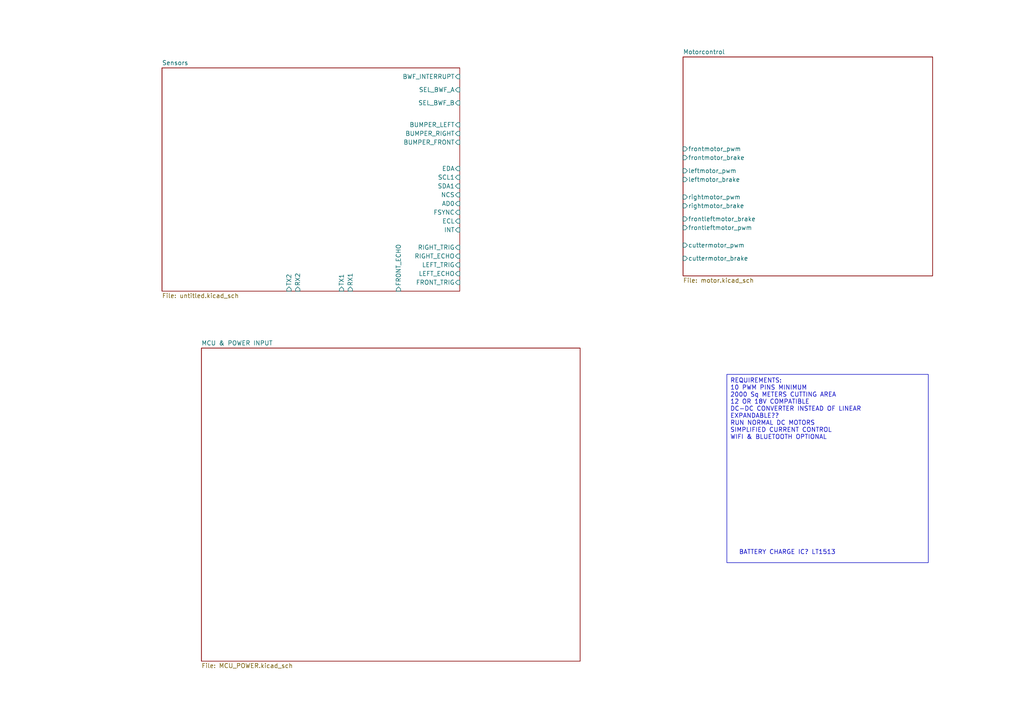
<source format=kicad_sch>
(kicad_sch
	(version 20250114)
	(generator "eeschema")
	(generator_version "9.0")
	(uuid "f790c66d-ebd7-46e8-98e6-9a0282a3d599")
	(paper "A4")
	(lib_symbols)
	(text "BATTERY CHARGE IC? LT1513"
		(exclude_from_sim no)
		(at 228.346 160.274 0)
		(effects
			(font
				(size 1.27 1.27)
			)
		)
		(uuid "f7e107ae-a4ce-458d-ae73-8a10d8646b81")
	)
	(text_box "REQUIREMENTS:\n10 PWM PINS MINIMUM\n2000 Sq METERS CUTTING AREA\n12 OR 18V COMPATIBLE\nDC-DC CONVERTER INSTEAD OF LINEAR\nEXPANDABLE??\nRUN NORMAL DC MOTORS\nSIMPLIFIED CURRENT CONTROL\nWIFI & BLUETOOTH OPTIONAL\n"
		(exclude_from_sim no)
		(at 210.82 108.585 0)
		(size 58.42 54.61)
		(margins 0.9525 0.9525 0.9525 0.9525)
		(stroke
			(width 0)
			(type default)
		)
		(fill
			(type none)
		)
		(effects
			(font
				(size 1.27 1.27)
			)
			(justify left top)
		)
		(uuid "446b1292-40f3-496a-86f3-17fe65e448c6")
	)
	(sheet
		(at 58.42 100.965)
		(size 109.855 90.805)
		(exclude_from_sim no)
		(in_bom yes)
		(on_board yes)
		(dnp no)
		(fields_autoplaced yes)
		(stroke
			(width 0.1524)
			(type solid)
		)
		(fill
			(color 0 0 0 0.0000)
		)
		(uuid "1a777515-9e61-4fb5-80f7-88f4bb73ec5c")
		(property "Sheetname" "MCU & POWER INPUT"
			(at 58.42 100.2534 0)
			(effects
				(font
					(size 1.27 1.27)
				)
				(justify left bottom)
			)
		)
		(property "Sheetfile" "MCU_POWER.kicad_sch"
			(at 58.42 192.3546 0)
			(effects
				(font
					(size 1.27 1.27)
				)
				(justify left top)
			)
		)
		(instances
			(project "Liam_PCB"
				(path "/f790c66d-ebd7-46e8-98e6-9a0282a3d599"
					(page "4")
				)
			)
		)
	)
	(sheet
		(at 46.99 19.685)
		(size 86.36 64.77)
		(exclude_from_sim no)
		(in_bom yes)
		(on_board yes)
		(dnp no)
		(fields_autoplaced yes)
		(stroke
			(width 0.1524)
			(type solid)
		)
		(fill
			(color 0 0 0 0.0000)
		)
		(uuid "4db284b5-1100-4df8-972b-3bd62f49db9c")
		(property "Sheetname" "Sensors"
			(at 46.99 18.9734 0)
			(effects
				(font
					(size 1.27 1.27)
				)
				(justify left bottom)
			)
		)
		(property "Sheetfile" "untitled.kicad_sch"
			(at 46.99 85.0396 0)
			(effects
				(font
					(size 1.27 1.27)
				)
				(justify left top)
			)
		)
		(pin "SEL_BWF_B" input
			(at 133.35 29.845 0)
			(uuid "317cd6df-52ef-444b-923a-79f94f395b71")
			(effects
				(font
					(size 1.27 1.27)
				)
				(justify right)
			)
		)
		(pin "SEL_BWF_A" input
			(at 133.35 26.035 0)
			(uuid "a3527624-f579-4223-8cd4-ca7572dafb42")
			(effects
				(font
					(size 1.27 1.27)
				)
				(justify right)
			)
		)
		(pin "BUMPER_LEFT" input
			(at 133.35 36.195 0)
			(uuid "563e8619-12ce-468d-9924-245f917a4053")
			(effects
				(font
					(size 1.27 1.27)
				)
				(justify right)
			)
		)
		(pin "BUMPER_RIGHT" input
			(at 133.35 38.735 0)
			(uuid "b8cc976e-15e9-4b44-a1a3-ac2cebb5a58c")
			(effects
				(font
					(size 1.27 1.27)
				)
				(justify right)
			)
		)
		(pin "BUMPER_FRONT" input
			(at 133.35 41.275 0)
			(uuid "bc9b96fd-dad1-4263-bfc9-f42a49694226")
			(effects
				(font
					(size 1.27 1.27)
				)
				(justify right)
			)
		)
		(pin "EDA" input
			(at 133.35 48.895 0)
			(uuid "489d6097-599e-4800-872b-ed80a311c2ca")
			(effects
				(font
					(size 1.27 1.27)
				)
				(justify right)
			)
		)
		(pin "NCS" input
			(at 133.35 56.515 0)
			(uuid "38591c67-2c2b-4369-84f1-432128852686")
			(effects
				(font
					(size 1.27 1.27)
				)
				(justify right)
			)
		)
		(pin "AD0" input
			(at 133.35 59.055 0)
			(uuid "239c6b9f-eb2b-489d-ae9c-c9ca24569f3d")
			(effects
				(font
					(size 1.27 1.27)
				)
				(justify right)
			)
		)
		(pin "FSYNC" input
			(at 133.35 61.595 0)
			(uuid "00bdef45-5a67-49c8-858e-f505baf1b896")
			(effects
				(font
					(size 1.27 1.27)
				)
				(justify right)
			)
		)
		(pin "ECL" input
			(at 133.35 64.135 0)
			(uuid "d6a6e847-40a3-405f-bd98-ffc26cbdbc4e")
			(effects
				(font
					(size 1.27 1.27)
				)
				(justify right)
			)
		)
		(pin "INT" input
			(at 133.35 66.675 0)
			(uuid "5c5f9f32-c0ee-4675-a172-8700b817aad3")
			(effects
				(font
					(size 1.27 1.27)
				)
				(justify right)
			)
		)
		(pin "BWF_INTERRUPT" input
			(at 133.35 22.225 0)
			(uuid "552f17b5-c9d2-465a-a4e3-c4d5cb260f4a")
			(effects
				(font
					(size 1.27 1.27)
				)
				(justify right)
			)
		)
		(pin "RIGHT_TRIG" input
			(at 133.35 71.755 0)
			(uuid "d8641546-dcc0-4099-8b10-83957dcecaa9")
			(effects
				(font
					(size 1.27 1.27)
				)
				(justify right)
			)
		)
		(pin "RIGHT_ECHO" input
			(at 133.35 74.295 0)
			(uuid "ac5ef5db-8cf9-4633-a1a5-c81fabf6e287")
			(effects
				(font
					(size 1.27 1.27)
				)
				(justify right)
			)
		)
		(pin "LEFT_TRIG" input
			(at 133.35 76.835 0)
			(uuid "cd35d6a9-f968-4441-9d8c-fdfbf9be03cf")
			(effects
				(font
					(size 1.27 1.27)
				)
				(justify right)
			)
		)
		(pin "LEFT_ECHO" input
			(at 133.35 79.375 0)
			(uuid "55abc6a1-758b-487a-a718-cb875520e723")
			(effects
				(font
					(size 1.27 1.27)
				)
				(justify right)
			)
		)
		(pin "FRONT_TRIG" input
			(at 133.35 81.915 0)
			(uuid "088e1c42-0228-414e-a852-e54d2b9b9b72")
			(effects
				(font
					(size 1.27 1.27)
				)
				(justify right)
			)
		)
		(pin "FRONT_ECHO" input
			(at 115.57 84.455 270)
			(uuid "b13c5b6b-4ce5-49bc-87a0-cd654e844bfc")
			(effects
				(font
					(size 1.27 1.27)
				)
				(justify left)
			)
		)
		(pin "RX1" input
			(at 101.6 84.455 270)
			(uuid "84a140c3-7ae4-4366-be5e-4af09f724821")
			(effects
				(font
					(size 1.27 1.27)
				)
				(justify left)
			)
		)
		(pin "TX1" input
			(at 99.06 84.455 270)
			(uuid "5ac1fe32-819f-4d83-b12a-060308b7e753")
			(effects
				(font
					(size 1.27 1.27)
				)
				(justify left)
			)
		)
		(pin "SCL1" input
			(at 133.35 51.435 0)
			(uuid "89d88076-076a-4fa4-a83c-81c63eb73aa9")
			(effects
				(font
					(size 1.27 1.27)
				)
				(justify right)
			)
		)
		(pin "SDA1" input
			(at 133.35 53.975 0)
			(uuid "cd377e10-3974-45bf-a9ea-70f1ba143896")
			(effects
				(font
					(size 1.27 1.27)
				)
				(justify right)
			)
		)
		(pin "TX2" input
			(at 83.82 84.455 270)
			(uuid "77b172c7-6394-4b80-95e8-d5b3597f513f")
			(effects
				(font
					(size 1.27 1.27)
				)
				(justify left)
			)
		)
		(pin "RX2" input
			(at 86.36 84.455 270)
			(uuid "dbd93963-cac1-4969-9d57-3cf84b7acd88")
			(effects
				(font
					(size 1.27 1.27)
				)
				(justify left)
			)
		)
		(instances
			(project "Liam_PCB"
				(path "/f790c66d-ebd7-46e8-98e6-9a0282a3d599"
					(page "3")
				)
			)
		)
	)
	(sheet
		(at 198.12 16.51)
		(size 72.39 63.5)
		(exclude_from_sim no)
		(in_bom yes)
		(on_board yes)
		(dnp no)
		(fields_autoplaced yes)
		(stroke
			(width 0.1524)
			(type solid)
		)
		(fill
			(color 0 0 0 0.0000)
		)
		(uuid "8af2f8f3-301e-4a11-9170-f7669da4cacd")
		(property "Sheetname" "Motorcontrol"
			(at 198.12 15.7984 0)
			(effects
				(font
					(size 1.27 1.27)
				)
				(justify left bottom)
			)
		)
		(property "Sheetfile" "motor.kicad_sch"
			(at 198.12 80.5946 0)
			(effects
				(font
					(size 1.27 1.27)
				)
				(justify left top)
			)
		)
		(pin "frontmotor_pwm" input
			(at 198.12 43.18 180)
			(uuid "e0417a1c-4030-4a91-87aa-2022db60407e")
			(effects
				(font
					(size 1.27 1.27)
				)
				(justify left)
			)
		)
		(pin "frontmotor_brake" input
			(at 198.12 45.72 180)
			(uuid "68338275-46f0-4be9-9f9d-8fd5d01e62bd")
			(effects
				(font
					(size 1.27 1.27)
				)
				(justify left)
			)
		)
		(pin "leftmotor_pwm" input
			(at 198.12 49.53 180)
			(uuid "240876b3-9f5d-47b1-977b-125279d48f42")
			(effects
				(font
					(size 1.27 1.27)
				)
				(justify left)
			)
		)
		(pin "leftmotor_brake" input
			(at 198.12 52.07 180)
			(uuid "16bf3329-6a1b-4787-b32c-56bed1323c56")
			(effects
				(font
					(size 1.27 1.27)
				)
				(justify left)
			)
		)
		(pin "rightmotor_pwm" input
			(at 198.12 57.15 180)
			(uuid "d695815b-a7ba-40bf-b949-f09e40f12342")
			(effects
				(font
					(size 1.27 1.27)
				)
				(justify left)
			)
		)
		(pin "rightmotor_brake" input
			(at 198.12 59.69 180)
			(uuid "50b7631c-0bfa-41ae-9ab0-127afb8011b6")
			(effects
				(font
					(size 1.27 1.27)
				)
				(justify left)
			)
		)
		(pin "frontleftmotor_brake" input
			(at 198.12 63.5 180)
			(uuid "9869ec9c-1ae0-4025-8fa1-14740ecf996d")
			(effects
				(font
					(size 1.27 1.27)
				)
				(justify left)
			)
		)
		(pin "frontleftmotor_pwm" input
			(at 198.12 66.04 180)
			(uuid "aeda5f98-e9b1-4c39-ba4b-9e34e8f436e4")
			(effects
				(font
					(size 1.27 1.27)
				)
				(justify left)
			)
		)
		(pin "cuttermotor_pwm" input
			(at 198.12 71.12 180)
			(uuid "f0c01fe2-94d1-40cb-b93a-bda901c8cb63")
			(effects
				(font
					(size 1.27 1.27)
				)
				(justify left)
			)
		)
		(pin "cuttermotor_brake" input
			(at 198.12 74.93 180)
			(uuid "d33d99e3-8c16-45af-ac52-039251e2e103")
			(effects
				(font
					(size 1.27 1.27)
				)
				(justify left)
			)
		)
		(instances
			(project "Liam_PCB"
				(path "/f790c66d-ebd7-46e8-98e6-9a0282a3d599"
					(page "2")
				)
			)
		)
	)
	(sheet_instances
		(path "/"
			(page "1")
		)
	)
	(embedded_fonts no)
)

</source>
